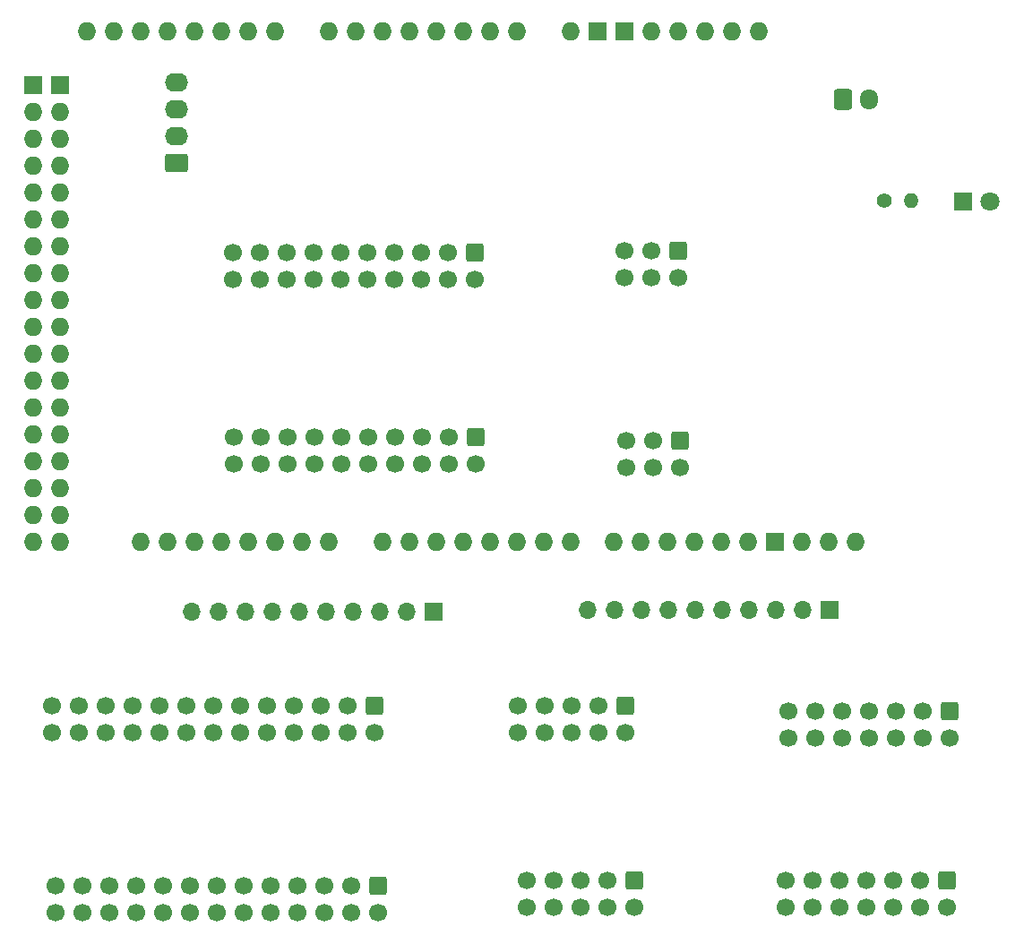
<source format=gbr>
%TF.GenerationSoftware,KiCad,Pcbnew,8.0.8*%
%TF.CreationDate,2025-03-24T05:48:31+10:00*%
%TF.ProjectId,Cable Tester,4361626c-6520-4546-9573-7465722e6b69,rev?*%
%TF.SameCoordinates,Original*%
%TF.FileFunction,Soldermask,Top*%
%TF.FilePolarity,Negative*%
%FSLAX46Y46*%
G04 Gerber Fmt 4.6, Leading zero omitted, Abs format (unit mm)*
G04 Created by KiCad (PCBNEW 8.0.8) date 2025-03-24 05:48:31*
%MOMM*%
%LPD*%
G01*
G04 APERTURE LIST*
G04 Aperture macros list*
%AMRoundRect*
0 Rectangle with rounded corners*
0 $1 Rounding radius*
0 $2 $3 $4 $5 $6 $7 $8 $9 X,Y pos of 4 corners*
0 Add a 4 corners polygon primitive as box body*
4,1,4,$2,$3,$4,$5,$6,$7,$8,$9,$2,$3,0*
0 Add four circle primitives for the rounded corners*
1,1,$1+$1,$2,$3*
1,1,$1+$1,$4,$5*
1,1,$1+$1,$6,$7*
1,1,$1+$1,$8,$9*
0 Add four rect primitives between the rounded corners*
20,1,$1+$1,$2,$3,$4,$5,0*
20,1,$1+$1,$4,$5,$6,$7,0*
20,1,$1+$1,$6,$7,$8,$9,0*
20,1,$1+$1,$8,$9,$2,$3,0*%
G04 Aperture macros list end*
%ADD10R,1.700000X1.700000*%
%ADD11O,1.700000X1.700000*%
%ADD12RoundRect,0.250000X-0.600000X0.600000X-0.600000X-0.600000X0.600000X-0.600000X0.600000X0.600000X0*%
%ADD13C,1.700000*%
%ADD14RoundRect,0.250000X-0.600000X-0.725000X0.600000X-0.725000X0.600000X0.725000X-0.600000X0.725000X0*%
%ADD15O,1.700000X1.950000*%
%ADD16O,1.727200X1.727200*%
%ADD17R,1.727200X1.727200*%
%ADD18RoundRect,0.250000X0.845000X-0.620000X0.845000X0.620000X-0.845000X0.620000X-0.845000X-0.620000X0*%
%ADD19O,2.190000X1.740000*%
%ADD20R,1.800000X1.800000*%
%ADD21C,1.800000*%
%ADD22C,1.400000*%
%ADD23O,1.400000X1.400000*%
G04 APERTURE END LIST*
D10*
%TO.C,J14*%
X119025000Y-103025000D03*
D11*
X116485000Y-103025000D03*
X113945000Y-103025000D03*
X111405000Y-103025000D03*
X108865000Y-103025000D03*
X106325000Y-103025000D03*
X103785000Y-103025000D03*
X101245000Y-103025000D03*
X98705000Y-103025000D03*
X96165000Y-103025000D03*
%TD*%
D12*
%TO.C,J6*%
X85466000Y-69181000D03*
D13*
X85466000Y-71721000D03*
X82926000Y-69181000D03*
X82926000Y-71721000D03*
X80386000Y-69181000D03*
X80386000Y-71721000D03*
X77846000Y-69181000D03*
X77846000Y-71721000D03*
X75306000Y-69181000D03*
X75306000Y-71721000D03*
X72766000Y-69181000D03*
X72766000Y-71721000D03*
X70226000Y-69181000D03*
X70226000Y-71721000D03*
X67686000Y-69181000D03*
X67686000Y-71721000D03*
X65146000Y-69181000D03*
X65146000Y-71721000D03*
X62606000Y-69181000D03*
X62606000Y-71721000D03*
%TD*%
D12*
%TO.C,J10*%
X85586000Y-86641000D03*
D13*
X85586000Y-89181000D03*
X83046000Y-86641000D03*
X83046000Y-89181000D03*
X80506000Y-86641000D03*
X80506000Y-89181000D03*
X77966000Y-86641000D03*
X77966000Y-89181000D03*
X75426000Y-86641000D03*
X75426000Y-89181000D03*
X72886000Y-86641000D03*
X72886000Y-89181000D03*
X70346000Y-86641000D03*
X70346000Y-89181000D03*
X67806000Y-86641000D03*
X67806000Y-89181000D03*
X65266000Y-86641000D03*
X65266000Y-89181000D03*
X62726000Y-86641000D03*
X62726000Y-89181000D03*
%TD*%
D14*
%TO.C,J3*%
X120250000Y-54775000D03*
D15*
X122750000Y-54775000D03*
%TD*%
D12*
%TO.C,J8*%
X100582000Y-128566000D03*
D13*
X100582000Y-131106000D03*
X98042000Y-128566000D03*
X98042000Y-131106000D03*
X95502000Y-128566000D03*
X95502000Y-131106000D03*
X92962000Y-128566000D03*
X92962000Y-131106000D03*
X90422000Y-128566000D03*
X90422000Y-131106000D03*
%TD*%
D12*
%TO.C,J4*%
X99742000Y-112066000D03*
D13*
X99742000Y-114606000D03*
X97202000Y-112066000D03*
X97202000Y-114606000D03*
X94662000Y-112066000D03*
X94662000Y-114606000D03*
X92122000Y-112066000D03*
X92122000Y-114606000D03*
X89582000Y-112066000D03*
X89582000Y-114606000D03*
%TD*%
D12*
%TO.C,J1*%
X104890000Y-86985000D03*
D13*
X104890000Y-89525000D03*
X102350000Y-86985000D03*
X102350000Y-89525000D03*
X99810000Y-86985000D03*
X99810000Y-89525000D03*
%TD*%
D16*
%TO.C,A1*%
X112356000Y-48340000D03*
X104736000Y-48340000D03*
X102196000Y-48340000D03*
X46316000Y-96600000D03*
X43776000Y-96600000D03*
X89496000Y-48340000D03*
X86956000Y-48340000D03*
X84416000Y-48340000D03*
X81876000Y-48340000D03*
X79336000Y-48340000D03*
X76796000Y-48340000D03*
X74256000Y-48340000D03*
X71716000Y-48340000D03*
X66636000Y-48340000D03*
X64096000Y-48340000D03*
X61556000Y-48340000D03*
X59016000Y-48340000D03*
X56476000Y-48340000D03*
X53936000Y-48340000D03*
X51396000Y-48340000D03*
X48856000Y-48340000D03*
X116420000Y-96600000D03*
X76796000Y-96600000D03*
X79336000Y-96600000D03*
X81876000Y-96600000D03*
X84416000Y-96600000D03*
X86956000Y-96600000D03*
X89496000Y-96600000D03*
X92036000Y-96600000D03*
X94576000Y-96600000D03*
X98640000Y-96600000D03*
X101180000Y-96600000D03*
X103720000Y-96600000D03*
X106260000Y-96600000D03*
X108800000Y-96600000D03*
X111340000Y-96600000D03*
X71716000Y-96600000D03*
X69176000Y-96600000D03*
X66636000Y-96600000D03*
X64096000Y-96600000D03*
X61556000Y-96600000D03*
X59016000Y-96600000D03*
X56476000Y-96600000D03*
X53936000Y-96600000D03*
X46316000Y-94060000D03*
X43776000Y-94060000D03*
X46316000Y-91520000D03*
X43776000Y-91520000D03*
X46316000Y-88980000D03*
X43776000Y-88980000D03*
X46316000Y-86440000D03*
X43776000Y-86440000D03*
X46316000Y-83900000D03*
X43776000Y-83900000D03*
X46316000Y-81360000D03*
X43776000Y-81360000D03*
X46316000Y-78820000D03*
X43776000Y-78820000D03*
X46316000Y-76280000D03*
X43776000Y-76280000D03*
X46316000Y-73740000D03*
X43776000Y-73740000D03*
X46316000Y-71200000D03*
X43776000Y-71200000D03*
X46316000Y-68660000D03*
X43776000Y-68660000D03*
X46316000Y-66120000D03*
X43776000Y-66120000D03*
X46316000Y-63580000D03*
X43776000Y-63580000D03*
X46316000Y-61040000D03*
X43776000Y-61040000D03*
X46316000Y-58500000D03*
X43776000Y-58500000D03*
X46316000Y-55960000D03*
X43776000Y-55960000D03*
D17*
X113880000Y-96600000D03*
X99656000Y-48340000D03*
X97116000Y-48340000D03*
X46316000Y-53420000D03*
X43776000Y-53420000D03*
D16*
X109816000Y-48340000D03*
X107276000Y-48340000D03*
X121500000Y-96600000D03*
X118960000Y-96600000D03*
X94576000Y-48340000D03*
%TD*%
D12*
%TO.C,J9*%
X130122000Y-128606000D03*
D13*
X130122000Y-131146000D03*
X127582000Y-128606000D03*
X127582000Y-131146000D03*
X125042000Y-128606000D03*
X125042000Y-131146000D03*
X122502000Y-128606000D03*
X122502000Y-131146000D03*
X119962000Y-128606000D03*
X119962000Y-131146000D03*
X117422000Y-128606000D03*
X117422000Y-131146000D03*
X114882000Y-128606000D03*
X114882000Y-131146000D03*
%TD*%
D12*
%TO.C,J2*%
X104706000Y-69025000D03*
D13*
X104706000Y-71565000D03*
X102166000Y-69025000D03*
X102166000Y-71565000D03*
X99626000Y-69025000D03*
X99626000Y-71565000D03*
%TD*%
D12*
%TO.C,J7*%
X76322000Y-129066000D03*
D13*
X76322000Y-131606000D03*
X73782000Y-129066000D03*
X73782000Y-131606000D03*
X71242000Y-129066000D03*
X71242000Y-131606000D03*
X68702000Y-129066000D03*
X68702000Y-131606000D03*
X66162000Y-129066000D03*
X66162000Y-131606000D03*
X63622000Y-129066000D03*
X63622000Y-131606000D03*
X61082000Y-129066000D03*
X61082000Y-131606000D03*
X58542000Y-129066000D03*
X58542000Y-131606000D03*
X56002000Y-129066000D03*
X56002000Y-131606000D03*
X53462000Y-129066000D03*
X53462000Y-131606000D03*
X50922000Y-129066000D03*
X50922000Y-131606000D03*
X48382000Y-129066000D03*
X48382000Y-131606000D03*
X45842000Y-129066000D03*
X45842000Y-131606000D03*
%TD*%
D18*
%TO.C,J15*%
X57275000Y-60750000D03*
D19*
X57275000Y-58210000D03*
X57275000Y-55670000D03*
X57275000Y-53130000D03*
%TD*%
D12*
%TO.C,J5*%
X130322000Y-112606000D03*
D13*
X130322000Y-115146000D03*
X127782000Y-112606000D03*
X127782000Y-115146000D03*
X125242000Y-112606000D03*
X125242000Y-115146000D03*
X122702000Y-112606000D03*
X122702000Y-115146000D03*
X120162000Y-112606000D03*
X120162000Y-115146000D03*
X117622000Y-112606000D03*
X117622000Y-115146000D03*
X115082000Y-112606000D03*
X115082000Y-115146000D03*
%TD*%
D20*
%TO.C,D15*%
X131660000Y-64425000D03*
D21*
X134200000Y-64425000D03*
%TD*%
D10*
%TO.C,J13*%
X81590000Y-103175000D03*
D11*
X79050000Y-103175000D03*
X76510000Y-103175000D03*
X73970000Y-103175000D03*
X71430000Y-103175000D03*
X68890000Y-103175000D03*
X66350000Y-103175000D03*
X63810000Y-103175000D03*
X61270000Y-103175000D03*
X58730000Y-103175000D03*
%TD*%
D12*
%TO.C,J11*%
X75982000Y-112066000D03*
D13*
X75982000Y-114606000D03*
X73442000Y-112066000D03*
X73442000Y-114606000D03*
X70902000Y-112066000D03*
X70902000Y-114606000D03*
X68362000Y-112066000D03*
X68362000Y-114606000D03*
X65822000Y-112066000D03*
X65822000Y-114606000D03*
X63282000Y-112066000D03*
X63282000Y-114606000D03*
X60742000Y-112066000D03*
X60742000Y-114606000D03*
X58202000Y-112066000D03*
X58202000Y-114606000D03*
X55662000Y-112066000D03*
X55662000Y-114606000D03*
X53122000Y-112066000D03*
X53122000Y-114606000D03*
X50582000Y-112066000D03*
X50582000Y-114606000D03*
X48042000Y-112066000D03*
X48042000Y-114606000D03*
X45502000Y-112066000D03*
X45502000Y-114606000D03*
%TD*%
D22*
%TO.C,R15*%
X124133900Y-64303400D03*
D23*
X126673900Y-64303400D03*
%TD*%
M02*

</source>
